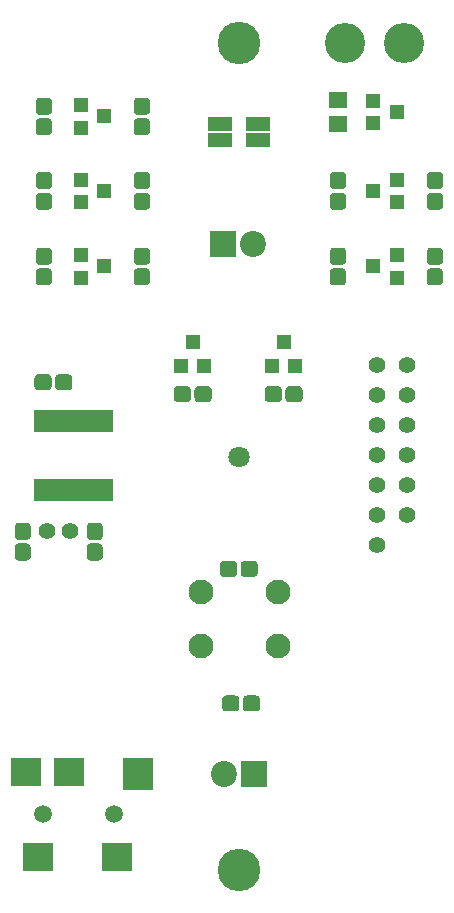
<source format=gts>
G04 #@! TF.GenerationSoftware,KiCad,Pcbnew,5.0.0-fee4fd1~66~ubuntu16.04.1*
G04 #@! TF.CreationDate,2018-10-04T16:53:15+05:30*
G04 #@! TF.ProjectId,senseBeTx_rev1,73656E7365426554785F726576312E6B,rev?*
G04 #@! TF.SameCoordinates,Original*
G04 #@! TF.FileFunction,Soldermask,Top*
G04 #@! TF.FilePolarity,Negative*
%FSLAX46Y46*%
G04 Gerber Fmt 4.6, Leading zero omitted, Abs format (unit mm)*
G04 Created by KiCad (PCBNEW 5.0.0-fee4fd1~66~ubuntu16.04.1) date Thu Oct  4 16:53:15 2018*
%MOMM*%
%LPD*%
G01*
G04 APERTURE LIST*
%ADD10R,0.850000X1.850000*%
%ADD11C,1.800000*%
%ADD12C,3.400000*%
%ADD13R,1.650000X1.400000*%
%ADD14C,0.100000*%
%ADD15C,1.350000*%
%ADD16R,2.200000X2.200000*%
%ADD17C,2.200000*%
%ADD18R,2.000000X1.200000*%
%ADD19R,2.600000X2.400000*%
%ADD20R,2.600000X2.800000*%
%ADD21C,1.500000*%
%ADD22C,3.600000*%
%ADD23C,1.400000*%
%ADD24R,1.300000X1.200000*%
%ADD25R,1.200000X1.300000*%
%ADD26C,2.100000*%
G04 APERTURE END LIST*
D10*
G04 #@! TO.C,U1*
X16075000Y-159850000D03*
X16725000Y-159850000D03*
X17375000Y-159850000D03*
X18025000Y-159850000D03*
X18675000Y-159850000D03*
X19325000Y-159850000D03*
X19975000Y-159850000D03*
X20625000Y-159850000D03*
X21275000Y-159850000D03*
X21925000Y-159850000D03*
X21925000Y-153950000D03*
X21275000Y-153950000D03*
X20625000Y-153950000D03*
X19975000Y-153950000D03*
X19325000Y-153950000D03*
X18675000Y-153950000D03*
X18025000Y-153950000D03*
X17375000Y-153950000D03*
X16725000Y-153950000D03*
X16075000Y-153950000D03*
G04 #@! TD*
D11*
G04 #@! TO.C,BT1*
X33000000Y-157000000D03*
D12*
X47000000Y-122000000D03*
X42000000Y-122000000D03*
G04 #@! TD*
D13*
G04 #@! TO.C,C1*
X41400000Y-128800000D03*
X41400000Y-126800000D03*
G04 #@! TD*
D14*
G04 #@! TO.C,C2*
G36*
X32545581Y-165826625D02*
X32578343Y-165831485D01*
X32610471Y-165839533D01*
X32641656Y-165850691D01*
X32671596Y-165864852D01*
X32700005Y-165881879D01*
X32726608Y-165901609D01*
X32751149Y-165923851D01*
X32773391Y-165948392D01*
X32793121Y-165974995D01*
X32810148Y-166003404D01*
X32824309Y-166033344D01*
X32835467Y-166064529D01*
X32843515Y-166096657D01*
X32848375Y-166129419D01*
X32850000Y-166162500D01*
X32850000Y-166837500D01*
X32848375Y-166870581D01*
X32843515Y-166903343D01*
X32835467Y-166935471D01*
X32824309Y-166966656D01*
X32810148Y-166996596D01*
X32793121Y-167025005D01*
X32773391Y-167051608D01*
X32751149Y-167076149D01*
X32726608Y-167098391D01*
X32700005Y-167118121D01*
X32671596Y-167135148D01*
X32641656Y-167149309D01*
X32610471Y-167160467D01*
X32578343Y-167168515D01*
X32545581Y-167173375D01*
X32512500Y-167175000D01*
X31737500Y-167175000D01*
X31704419Y-167173375D01*
X31671657Y-167168515D01*
X31639529Y-167160467D01*
X31608344Y-167149309D01*
X31578404Y-167135148D01*
X31549995Y-167118121D01*
X31523392Y-167098391D01*
X31498851Y-167076149D01*
X31476609Y-167051608D01*
X31456879Y-167025005D01*
X31439852Y-166996596D01*
X31425691Y-166966656D01*
X31414533Y-166935471D01*
X31406485Y-166903343D01*
X31401625Y-166870581D01*
X31400000Y-166837500D01*
X31400000Y-166162500D01*
X31401625Y-166129419D01*
X31406485Y-166096657D01*
X31414533Y-166064529D01*
X31425691Y-166033344D01*
X31439852Y-166003404D01*
X31456879Y-165974995D01*
X31476609Y-165948392D01*
X31498851Y-165923851D01*
X31523392Y-165901609D01*
X31549995Y-165881879D01*
X31578404Y-165864852D01*
X31608344Y-165850691D01*
X31639529Y-165839533D01*
X31671657Y-165831485D01*
X31704419Y-165826625D01*
X31737500Y-165825000D01*
X32512500Y-165825000D01*
X32545581Y-165826625D01*
X32545581Y-165826625D01*
G37*
D15*
X32125000Y-166500000D03*
D14*
G36*
X34295581Y-165826625D02*
X34328343Y-165831485D01*
X34360471Y-165839533D01*
X34391656Y-165850691D01*
X34421596Y-165864852D01*
X34450005Y-165881879D01*
X34476608Y-165901609D01*
X34501149Y-165923851D01*
X34523391Y-165948392D01*
X34543121Y-165974995D01*
X34560148Y-166003404D01*
X34574309Y-166033344D01*
X34585467Y-166064529D01*
X34593515Y-166096657D01*
X34598375Y-166129419D01*
X34600000Y-166162500D01*
X34600000Y-166837500D01*
X34598375Y-166870581D01*
X34593515Y-166903343D01*
X34585467Y-166935471D01*
X34574309Y-166966656D01*
X34560148Y-166996596D01*
X34543121Y-167025005D01*
X34523391Y-167051608D01*
X34501149Y-167076149D01*
X34476608Y-167098391D01*
X34450005Y-167118121D01*
X34421596Y-167135148D01*
X34391656Y-167149309D01*
X34360471Y-167160467D01*
X34328343Y-167168515D01*
X34295581Y-167173375D01*
X34262500Y-167175000D01*
X33487500Y-167175000D01*
X33454419Y-167173375D01*
X33421657Y-167168515D01*
X33389529Y-167160467D01*
X33358344Y-167149309D01*
X33328404Y-167135148D01*
X33299995Y-167118121D01*
X33273392Y-167098391D01*
X33248851Y-167076149D01*
X33226609Y-167051608D01*
X33206879Y-167025005D01*
X33189852Y-166996596D01*
X33175691Y-166966656D01*
X33164533Y-166935471D01*
X33156485Y-166903343D01*
X33151625Y-166870581D01*
X33150000Y-166837500D01*
X33150000Y-166162500D01*
X33151625Y-166129419D01*
X33156485Y-166096657D01*
X33164533Y-166064529D01*
X33175691Y-166033344D01*
X33189852Y-166003404D01*
X33206879Y-165974995D01*
X33226609Y-165948392D01*
X33248851Y-165923851D01*
X33273392Y-165901609D01*
X33299995Y-165881879D01*
X33328404Y-165864852D01*
X33358344Y-165850691D01*
X33389529Y-165839533D01*
X33421657Y-165831485D01*
X33454419Y-165826625D01*
X33487500Y-165825000D01*
X34262500Y-165825000D01*
X34295581Y-165826625D01*
X34295581Y-165826625D01*
G37*
D15*
X33875000Y-166500000D03*
G04 #@! TD*
D14*
G04 #@! TO.C,C3*
G36*
X21170581Y-162601625D02*
X21203343Y-162606485D01*
X21235471Y-162614533D01*
X21266656Y-162625691D01*
X21296596Y-162639852D01*
X21325005Y-162656879D01*
X21351608Y-162676609D01*
X21376149Y-162698851D01*
X21398391Y-162723392D01*
X21418121Y-162749995D01*
X21435148Y-162778404D01*
X21449309Y-162808344D01*
X21460467Y-162839529D01*
X21468515Y-162871657D01*
X21473375Y-162904419D01*
X21475000Y-162937500D01*
X21475000Y-163712500D01*
X21473375Y-163745581D01*
X21468515Y-163778343D01*
X21460467Y-163810471D01*
X21449309Y-163841656D01*
X21435148Y-163871596D01*
X21418121Y-163900005D01*
X21398391Y-163926608D01*
X21376149Y-163951149D01*
X21351608Y-163973391D01*
X21325005Y-163993121D01*
X21296596Y-164010148D01*
X21266656Y-164024309D01*
X21235471Y-164035467D01*
X21203343Y-164043515D01*
X21170581Y-164048375D01*
X21137500Y-164050000D01*
X20462500Y-164050000D01*
X20429419Y-164048375D01*
X20396657Y-164043515D01*
X20364529Y-164035467D01*
X20333344Y-164024309D01*
X20303404Y-164010148D01*
X20274995Y-163993121D01*
X20248392Y-163973391D01*
X20223851Y-163951149D01*
X20201609Y-163926608D01*
X20181879Y-163900005D01*
X20164852Y-163871596D01*
X20150691Y-163841656D01*
X20139533Y-163810471D01*
X20131485Y-163778343D01*
X20126625Y-163745581D01*
X20125000Y-163712500D01*
X20125000Y-162937500D01*
X20126625Y-162904419D01*
X20131485Y-162871657D01*
X20139533Y-162839529D01*
X20150691Y-162808344D01*
X20164852Y-162778404D01*
X20181879Y-162749995D01*
X20201609Y-162723392D01*
X20223851Y-162698851D01*
X20248392Y-162676609D01*
X20274995Y-162656879D01*
X20303404Y-162639852D01*
X20333344Y-162625691D01*
X20364529Y-162614533D01*
X20396657Y-162606485D01*
X20429419Y-162601625D01*
X20462500Y-162600000D01*
X21137500Y-162600000D01*
X21170581Y-162601625D01*
X21170581Y-162601625D01*
G37*
D15*
X20800000Y-163325000D03*
D14*
G36*
X21170581Y-164351625D02*
X21203343Y-164356485D01*
X21235471Y-164364533D01*
X21266656Y-164375691D01*
X21296596Y-164389852D01*
X21325005Y-164406879D01*
X21351608Y-164426609D01*
X21376149Y-164448851D01*
X21398391Y-164473392D01*
X21418121Y-164499995D01*
X21435148Y-164528404D01*
X21449309Y-164558344D01*
X21460467Y-164589529D01*
X21468515Y-164621657D01*
X21473375Y-164654419D01*
X21475000Y-164687500D01*
X21475000Y-165462500D01*
X21473375Y-165495581D01*
X21468515Y-165528343D01*
X21460467Y-165560471D01*
X21449309Y-165591656D01*
X21435148Y-165621596D01*
X21418121Y-165650005D01*
X21398391Y-165676608D01*
X21376149Y-165701149D01*
X21351608Y-165723391D01*
X21325005Y-165743121D01*
X21296596Y-165760148D01*
X21266656Y-165774309D01*
X21235471Y-165785467D01*
X21203343Y-165793515D01*
X21170581Y-165798375D01*
X21137500Y-165800000D01*
X20462500Y-165800000D01*
X20429419Y-165798375D01*
X20396657Y-165793515D01*
X20364529Y-165785467D01*
X20333344Y-165774309D01*
X20303404Y-165760148D01*
X20274995Y-165743121D01*
X20248392Y-165723391D01*
X20223851Y-165701149D01*
X20201609Y-165676608D01*
X20181879Y-165650005D01*
X20164852Y-165621596D01*
X20150691Y-165591656D01*
X20139533Y-165560471D01*
X20131485Y-165528343D01*
X20126625Y-165495581D01*
X20125000Y-165462500D01*
X20125000Y-164687500D01*
X20126625Y-164654419D01*
X20131485Y-164621657D01*
X20139533Y-164589529D01*
X20150691Y-164558344D01*
X20164852Y-164528404D01*
X20181879Y-164499995D01*
X20201609Y-164473392D01*
X20223851Y-164448851D01*
X20248392Y-164426609D01*
X20274995Y-164406879D01*
X20303404Y-164389852D01*
X20333344Y-164375691D01*
X20364529Y-164364533D01*
X20396657Y-164356485D01*
X20429419Y-164351625D01*
X20462500Y-164350000D01*
X21137500Y-164350000D01*
X21170581Y-164351625D01*
X21170581Y-164351625D01*
G37*
D15*
X20800000Y-165075000D03*
G04 #@! TD*
D14*
G04 #@! TO.C,C4*
G36*
X15070581Y-164351625D02*
X15103343Y-164356485D01*
X15135471Y-164364533D01*
X15166656Y-164375691D01*
X15196596Y-164389852D01*
X15225005Y-164406879D01*
X15251608Y-164426609D01*
X15276149Y-164448851D01*
X15298391Y-164473392D01*
X15318121Y-164499995D01*
X15335148Y-164528404D01*
X15349309Y-164558344D01*
X15360467Y-164589529D01*
X15368515Y-164621657D01*
X15373375Y-164654419D01*
X15375000Y-164687500D01*
X15375000Y-165462500D01*
X15373375Y-165495581D01*
X15368515Y-165528343D01*
X15360467Y-165560471D01*
X15349309Y-165591656D01*
X15335148Y-165621596D01*
X15318121Y-165650005D01*
X15298391Y-165676608D01*
X15276149Y-165701149D01*
X15251608Y-165723391D01*
X15225005Y-165743121D01*
X15196596Y-165760148D01*
X15166656Y-165774309D01*
X15135471Y-165785467D01*
X15103343Y-165793515D01*
X15070581Y-165798375D01*
X15037500Y-165800000D01*
X14362500Y-165800000D01*
X14329419Y-165798375D01*
X14296657Y-165793515D01*
X14264529Y-165785467D01*
X14233344Y-165774309D01*
X14203404Y-165760148D01*
X14174995Y-165743121D01*
X14148392Y-165723391D01*
X14123851Y-165701149D01*
X14101609Y-165676608D01*
X14081879Y-165650005D01*
X14064852Y-165621596D01*
X14050691Y-165591656D01*
X14039533Y-165560471D01*
X14031485Y-165528343D01*
X14026625Y-165495581D01*
X14025000Y-165462500D01*
X14025000Y-164687500D01*
X14026625Y-164654419D01*
X14031485Y-164621657D01*
X14039533Y-164589529D01*
X14050691Y-164558344D01*
X14064852Y-164528404D01*
X14081879Y-164499995D01*
X14101609Y-164473392D01*
X14123851Y-164448851D01*
X14148392Y-164426609D01*
X14174995Y-164406879D01*
X14203404Y-164389852D01*
X14233344Y-164375691D01*
X14264529Y-164364533D01*
X14296657Y-164356485D01*
X14329419Y-164351625D01*
X14362500Y-164350000D01*
X15037500Y-164350000D01*
X15070581Y-164351625D01*
X15070581Y-164351625D01*
G37*
D15*
X14700000Y-165075000D03*
D14*
G36*
X15070581Y-162601625D02*
X15103343Y-162606485D01*
X15135471Y-162614533D01*
X15166656Y-162625691D01*
X15196596Y-162639852D01*
X15225005Y-162656879D01*
X15251608Y-162676609D01*
X15276149Y-162698851D01*
X15298391Y-162723392D01*
X15318121Y-162749995D01*
X15335148Y-162778404D01*
X15349309Y-162808344D01*
X15360467Y-162839529D01*
X15368515Y-162871657D01*
X15373375Y-162904419D01*
X15375000Y-162937500D01*
X15375000Y-163712500D01*
X15373375Y-163745581D01*
X15368515Y-163778343D01*
X15360467Y-163810471D01*
X15349309Y-163841656D01*
X15335148Y-163871596D01*
X15318121Y-163900005D01*
X15298391Y-163926608D01*
X15276149Y-163951149D01*
X15251608Y-163973391D01*
X15225005Y-163993121D01*
X15196596Y-164010148D01*
X15166656Y-164024309D01*
X15135471Y-164035467D01*
X15103343Y-164043515D01*
X15070581Y-164048375D01*
X15037500Y-164050000D01*
X14362500Y-164050000D01*
X14329419Y-164048375D01*
X14296657Y-164043515D01*
X14264529Y-164035467D01*
X14233344Y-164024309D01*
X14203404Y-164010148D01*
X14174995Y-163993121D01*
X14148392Y-163973391D01*
X14123851Y-163951149D01*
X14101609Y-163926608D01*
X14081879Y-163900005D01*
X14064852Y-163871596D01*
X14050691Y-163841656D01*
X14039533Y-163810471D01*
X14031485Y-163778343D01*
X14026625Y-163745581D01*
X14025000Y-163712500D01*
X14025000Y-162937500D01*
X14026625Y-162904419D01*
X14031485Y-162871657D01*
X14039533Y-162839529D01*
X14050691Y-162808344D01*
X14064852Y-162778404D01*
X14081879Y-162749995D01*
X14101609Y-162723392D01*
X14123851Y-162698851D01*
X14148392Y-162676609D01*
X14174995Y-162656879D01*
X14203404Y-162639852D01*
X14233344Y-162625691D01*
X14264529Y-162614533D01*
X14296657Y-162606485D01*
X14329419Y-162601625D01*
X14362500Y-162600000D01*
X15037500Y-162600000D01*
X15070581Y-162601625D01*
X15070581Y-162601625D01*
G37*
D15*
X14700000Y-163325000D03*
G04 #@! TD*
D16*
G04 #@! TO.C,D1*
X34300000Y-183900000D03*
D17*
X31760000Y-183900000D03*
G04 #@! TD*
D18*
G04 #@! TO.C,D2*
X31400000Y-128800000D03*
X34600000Y-128800000D03*
X34600000Y-130200000D03*
X31400000Y-130200000D03*
G04 #@! TD*
D16*
G04 #@! TO.C,D3*
X31700000Y-139000000D03*
D17*
X34240000Y-139000000D03*
G04 #@! TD*
D19*
G04 #@! TO.C,J1*
X16000000Y-190900000D03*
X22700000Y-190900000D03*
X15000000Y-183700000D03*
X18600000Y-183700000D03*
D20*
X24500000Y-183900000D03*
D21*
X22400000Y-187300000D03*
X16400000Y-187300000D03*
G04 #@! TD*
D22*
G04 #@! TO.C,*
X33000000Y-192000000D03*
G04 #@! TD*
G04 #@! TO.C,*
X33000000Y-122000000D03*
G04 #@! TD*
D23*
G04 #@! TO.C,P1*
X44730000Y-164520000D03*
X47270000Y-149280000D03*
X44730000Y-151820000D03*
X44730000Y-154360000D03*
X44730000Y-156900000D03*
X44730000Y-159440000D03*
X44730000Y-161980000D03*
X47270000Y-161980000D03*
X47270000Y-159440000D03*
X47270000Y-156900000D03*
X47270000Y-154360000D03*
X47270000Y-151820000D03*
X44730000Y-149280000D03*
G04 #@! TD*
D24*
G04 #@! TO.C,Q1*
X46400000Y-127800000D03*
X44400000Y-128750000D03*
X44400000Y-126850000D03*
G04 #@! TD*
G04 #@! TO.C,Q2*
X46400000Y-135450000D03*
X46400000Y-133550000D03*
X44400000Y-134500000D03*
G04 #@! TD*
G04 #@! TO.C,Q3*
X44400000Y-140900000D03*
X46400000Y-139950000D03*
X46400000Y-141850000D03*
G04 #@! TD*
G04 #@! TO.C,Q4*
X19600000Y-127250000D03*
X19600000Y-129150000D03*
X21600000Y-128200000D03*
G04 #@! TD*
G04 #@! TO.C,Q5*
X21600000Y-134500000D03*
X19600000Y-135450000D03*
X19600000Y-133550000D03*
G04 #@! TD*
G04 #@! TO.C,Q6*
X19600000Y-139950000D03*
X19600000Y-141850000D03*
X21600000Y-140900000D03*
G04 #@! TD*
D25*
G04 #@! TO.C,Q7*
X29100000Y-147300000D03*
X30050000Y-149300000D03*
X28150000Y-149300000D03*
G04 #@! TD*
G04 #@! TO.C,Q8*
X35850000Y-149300000D03*
X37750000Y-149300000D03*
X36800000Y-147300000D03*
G04 #@! TD*
D14*
G04 #@! TO.C,R1*
G36*
X32745581Y-177226625D02*
X32778343Y-177231485D01*
X32810471Y-177239533D01*
X32841656Y-177250691D01*
X32871596Y-177264852D01*
X32900005Y-177281879D01*
X32926608Y-177301609D01*
X32951149Y-177323851D01*
X32973391Y-177348392D01*
X32993121Y-177374995D01*
X33010148Y-177403404D01*
X33024309Y-177433344D01*
X33035467Y-177464529D01*
X33043515Y-177496657D01*
X33048375Y-177529419D01*
X33050000Y-177562500D01*
X33050000Y-178237500D01*
X33048375Y-178270581D01*
X33043515Y-178303343D01*
X33035467Y-178335471D01*
X33024309Y-178366656D01*
X33010148Y-178396596D01*
X32993121Y-178425005D01*
X32973391Y-178451608D01*
X32951149Y-178476149D01*
X32926608Y-178498391D01*
X32900005Y-178518121D01*
X32871596Y-178535148D01*
X32841656Y-178549309D01*
X32810471Y-178560467D01*
X32778343Y-178568515D01*
X32745581Y-178573375D01*
X32712500Y-178575000D01*
X31937500Y-178575000D01*
X31904419Y-178573375D01*
X31871657Y-178568515D01*
X31839529Y-178560467D01*
X31808344Y-178549309D01*
X31778404Y-178535148D01*
X31749995Y-178518121D01*
X31723392Y-178498391D01*
X31698851Y-178476149D01*
X31676609Y-178451608D01*
X31656879Y-178425005D01*
X31639852Y-178396596D01*
X31625691Y-178366656D01*
X31614533Y-178335471D01*
X31606485Y-178303343D01*
X31601625Y-178270581D01*
X31600000Y-178237500D01*
X31600000Y-177562500D01*
X31601625Y-177529419D01*
X31606485Y-177496657D01*
X31614533Y-177464529D01*
X31625691Y-177433344D01*
X31639852Y-177403404D01*
X31656879Y-177374995D01*
X31676609Y-177348392D01*
X31698851Y-177323851D01*
X31723392Y-177301609D01*
X31749995Y-177281879D01*
X31778404Y-177264852D01*
X31808344Y-177250691D01*
X31839529Y-177239533D01*
X31871657Y-177231485D01*
X31904419Y-177226625D01*
X31937500Y-177225000D01*
X32712500Y-177225000D01*
X32745581Y-177226625D01*
X32745581Y-177226625D01*
G37*
D15*
X32325000Y-177900000D03*
D14*
G36*
X34495581Y-177226625D02*
X34528343Y-177231485D01*
X34560471Y-177239533D01*
X34591656Y-177250691D01*
X34621596Y-177264852D01*
X34650005Y-177281879D01*
X34676608Y-177301609D01*
X34701149Y-177323851D01*
X34723391Y-177348392D01*
X34743121Y-177374995D01*
X34760148Y-177403404D01*
X34774309Y-177433344D01*
X34785467Y-177464529D01*
X34793515Y-177496657D01*
X34798375Y-177529419D01*
X34800000Y-177562500D01*
X34800000Y-178237500D01*
X34798375Y-178270581D01*
X34793515Y-178303343D01*
X34785467Y-178335471D01*
X34774309Y-178366656D01*
X34760148Y-178396596D01*
X34743121Y-178425005D01*
X34723391Y-178451608D01*
X34701149Y-178476149D01*
X34676608Y-178498391D01*
X34650005Y-178518121D01*
X34621596Y-178535148D01*
X34591656Y-178549309D01*
X34560471Y-178560467D01*
X34528343Y-178568515D01*
X34495581Y-178573375D01*
X34462500Y-178575000D01*
X33687500Y-178575000D01*
X33654419Y-178573375D01*
X33621657Y-178568515D01*
X33589529Y-178560467D01*
X33558344Y-178549309D01*
X33528404Y-178535148D01*
X33499995Y-178518121D01*
X33473392Y-178498391D01*
X33448851Y-178476149D01*
X33426609Y-178451608D01*
X33406879Y-178425005D01*
X33389852Y-178396596D01*
X33375691Y-178366656D01*
X33364533Y-178335471D01*
X33356485Y-178303343D01*
X33351625Y-178270581D01*
X33350000Y-178237500D01*
X33350000Y-177562500D01*
X33351625Y-177529419D01*
X33356485Y-177496657D01*
X33364533Y-177464529D01*
X33375691Y-177433344D01*
X33389852Y-177403404D01*
X33406879Y-177374995D01*
X33426609Y-177348392D01*
X33448851Y-177323851D01*
X33473392Y-177301609D01*
X33499995Y-177281879D01*
X33528404Y-177264852D01*
X33558344Y-177250691D01*
X33589529Y-177239533D01*
X33621657Y-177231485D01*
X33654419Y-177226625D01*
X33687500Y-177225000D01*
X34462500Y-177225000D01*
X34495581Y-177226625D01*
X34495581Y-177226625D01*
G37*
D15*
X34075000Y-177900000D03*
G04 #@! TD*
D14*
G04 #@! TO.C,R2*
G36*
X41770581Y-141051625D02*
X41803343Y-141056485D01*
X41835471Y-141064533D01*
X41866656Y-141075691D01*
X41896596Y-141089852D01*
X41925005Y-141106879D01*
X41951608Y-141126609D01*
X41976149Y-141148851D01*
X41998391Y-141173392D01*
X42018121Y-141199995D01*
X42035148Y-141228404D01*
X42049309Y-141258344D01*
X42060467Y-141289529D01*
X42068515Y-141321657D01*
X42073375Y-141354419D01*
X42075000Y-141387500D01*
X42075000Y-142162500D01*
X42073375Y-142195581D01*
X42068515Y-142228343D01*
X42060467Y-142260471D01*
X42049309Y-142291656D01*
X42035148Y-142321596D01*
X42018121Y-142350005D01*
X41998391Y-142376608D01*
X41976149Y-142401149D01*
X41951608Y-142423391D01*
X41925005Y-142443121D01*
X41896596Y-142460148D01*
X41866656Y-142474309D01*
X41835471Y-142485467D01*
X41803343Y-142493515D01*
X41770581Y-142498375D01*
X41737500Y-142500000D01*
X41062500Y-142500000D01*
X41029419Y-142498375D01*
X40996657Y-142493515D01*
X40964529Y-142485467D01*
X40933344Y-142474309D01*
X40903404Y-142460148D01*
X40874995Y-142443121D01*
X40848392Y-142423391D01*
X40823851Y-142401149D01*
X40801609Y-142376608D01*
X40781879Y-142350005D01*
X40764852Y-142321596D01*
X40750691Y-142291656D01*
X40739533Y-142260471D01*
X40731485Y-142228343D01*
X40726625Y-142195581D01*
X40725000Y-142162500D01*
X40725000Y-141387500D01*
X40726625Y-141354419D01*
X40731485Y-141321657D01*
X40739533Y-141289529D01*
X40750691Y-141258344D01*
X40764852Y-141228404D01*
X40781879Y-141199995D01*
X40801609Y-141173392D01*
X40823851Y-141148851D01*
X40848392Y-141126609D01*
X40874995Y-141106879D01*
X40903404Y-141089852D01*
X40933344Y-141075691D01*
X40964529Y-141064533D01*
X40996657Y-141056485D01*
X41029419Y-141051625D01*
X41062500Y-141050000D01*
X41737500Y-141050000D01*
X41770581Y-141051625D01*
X41770581Y-141051625D01*
G37*
D15*
X41400000Y-141775000D03*
D14*
G36*
X41770581Y-139301625D02*
X41803343Y-139306485D01*
X41835471Y-139314533D01*
X41866656Y-139325691D01*
X41896596Y-139339852D01*
X41925005Y-139356879D01*
X41951608Y-139376609D01*
X41976149Y-139398851D01*
X41998391Y-139423392D01*
X42018121Y-139449995D01*
X42035148Y-139478404D01*
X42049309Y-139508344D01*
X42060467Y-139539529D01*
X42068515Y-139571657D01*
X42073375Y-139604419D01*
X42075000Y-139637500D01*
X42075000Y-140412500D01*
X42073375Y-140445581D01*
X42068515Y-140478343D01*
X42060467Y-140510471D01*
X42049309Y-140541656D01*
X42035148Y-140571596D01*
X42018121Y-140600005D01*
X41998391Y-140626608D01*
X41976149Y-140651149D01*
X41951608Y-140673391D01*
X41925005Y-140693121D01*
X41896596Y-140710148D01*
X41866656Y-140724309D01*
X41835471Y-140735467D01*
X41803343Y-140743515D01*
X41770581Y-140748375D01*
X41737500Y-140750000D01*
X41062500Y-140750000D01*
X41029419Y-140748375D01*
X40996657Y-140743515D01*
X40964529Y-140735467D01*
X40933344Y-140724309D01*
X40903404Y-140710148D01*
X40874995Y-140693121D01*
X40848392Y-140673391D01*
X40823851Y-140651149D01*
X40801609Y-140626608D01*
X40781879Y-140600005D01*
X40764852Y-140571596D01*
X40750691Y-140541656D01*
X40739533Y-140510471D01*
X40731485Y-140478343D01*
X40726625Y-140445581D01*
X40725000Y-140412500D01*
X40725000Y-139637500D01*
X40726625Y-139604419D01*
X40731485Y-139571657D01*
X40739533Y-139539529D01*
X40750691Y-139508344D01*
X40764852Y-139478404D01*
X40781879Y-139449995D01*
X40801609Y-139423392D01*
X40823851Y-139398851D01*
X40848392Y-139376609D01*
X40874995Y-139356879D01*
X40903404Y-139339852D01*
X40933344Y-139325691D01*
X40964529Y-139314533D01*
X40996657Y-139306485D01*
X41029419Y-139301625D01*
X41062500Y-139300000D01*
X41737500Y-139300000D01*
X41770581Y-139301625D01*
X41770581Y-139301625D01*
G37*
D15*
X41400000Y-140025000D03*
G04 #@! TD*
D14*
G04 #@! TO.C,R3*
G36*
X41770581Y-132901625D02*
X41803343Y-132906485D01*
X41835471Y-132914533D01*
X41866656Y-132925691D01*
X41896596Y-132939852D01*
X41925005Y-132956879D01*
X41951608Y-132976609D01*
X41976149Y-132998851D01*
X41998391Y-133023392D01*
X42018121Y-133049995D01*
X42035148Y-133078404D01*
X42049309Y-133108344D01*
X42060467Y-133139529D01*
X42068515Y-133171657D01*
X42073375Y-133204419D01*
X42075000Y-133237500D01*
X42075000Y-134012500D01*
X42073375Y-134045581D01*
X42068515Y-134078343D01*
X42060467Y-134110471D01*
X42049309Y-134141656D01*
X42035148Y-134171596D01*
X42018121Y-134200005D01*
X41998391Y-134226608D01*
X41976149Y-134251149D01*
X41951608Y-134273391D01*
X41925005Y-134293121D01*
X41896596Y-134310148D01*
X41866656Y-134324309D01*
X41835471Y-134335467D01*
X41803343Y-134343515D01*
X41770581Y-134348375D01*
X41737500Y-134350000D01*
X41062500Y-134350000D01*
X41029419Y-134348375D01*
X40996657Y-134343515D01*
X40964529Y-134335467D01*
X40933344Y-134324309D01*
X40903404Y-134310148D01*
X40874995Y-134293121D01*
X40848392Y-134273391D01*
X40823851Y-134251149D01*
X40801609Y-134226608D01*
X40781879Y-134200005D01*
X40764852Y-134171596D01*
X40750691Y-134141656D01*
X40739533Y-134110471D01*
X40731485Y-134078343D01*
X40726625Y-134045581D01*
X40725000Y-134012500D01*
X40725000Y-133237500D01*
X40726625Y-133204419D01*
X40731485Y-133171657D01*
X40739533Y-133139529D01*
X40750691Y-133108344D01*
X40764852Y-133078404D01*
X40781879Y-133049995D01*
X40801609Y-133023392D01*
X40823851Y-132998851D01*
X40848392Y-132976609D01*
X40874995Y-132956879D01*
X40903404Y-132939852D01*
X40933344Y-132925691D01*
X40964529Y-132914533D01*
X40996657Y-132906485D01*
X41029419Y-132901625D01*
X41062500Y-132900000D01*
X41737500Y-132900000D01*
X41770581Y-132901625D01*
X41770581Y-132901625D01*
G37*
D15*
X41400000Y-133625000D03*
D14*
G36*
X41770581Y-134651625D02*
X41803343Y-134656485D01*
X41835471Y-134664533D01*
X41866656Y-134675691D01*
X41896596Y-134689852D01*
X41925005Y-134706879D01*
X41951608Y-134726609D01*
X41976149Y-134748851D01*
X41998391Y-134773392D01*
X42018121Y-134799995D01*
X42035148Y-134828404D01*
X42049309Y-134858344D01*
X42060467Y-134889529D01*
X42068515Y-134921657D01*
X42073375Y-134954419D01*
X42075000Y-134987500D01*
X42075000Y-135762500D01*
X42073375Y-135795581D01*
X42068515Y-135828343D01*
X42060467Y-135860471D01*
X42049309Y-135891656D01*
X42035148Y-135921596D01*
X42018121Y-135950005D01*
X41998391Y-135976608D01*
X41976149Y-136001149D01*
X41951608Y-136023391D01*
X41925005Y-136043121D01*
X41896596Y-136060148D01*
X41866656Y-136074309D01*
X41835471Y-136085467D01*
X41803343Y-136093515D01*
X41770581Y-136098375D01*
X41737500Y-136100000D01*
X41062500Y-136100000D01*
X41029419Y-136098375D01*
X40996657Y-136093515D01*
X40964529Y-136085467D01*
X40933344Y-136074309D01*
X40903404Y-136060148D01*
X40874995Y-136043121D01*
X40848392Y-136023391D01*
X40823851Y-136001149D01*
X40801609Y-135976608D01*
X40781879Y-135950005D01*
X40764852Y-135921596D01*
X40750691Y-135891656D01*
X40739533Y-135860471D01*
X40731485Y-135828343D01*
X40726625Y-135795581D01*
X40725000Y-135762500D01*
X40725000Y-134987500D01*
X40726625Y-134954419D01*
X40731485Y-134921657D01*
X40739533Y-134889529D01*
X40750691Y-134858344D01*
X40764852Y-134828404D01*
X40781879Y-134799995D01*
X40801609Y-134773392D01*
X40823851Y-134748851D01*
X40848392Y-134726609D01*
X40874995Y-134706879D01*
X40903404Y-134689852D01*
X40933344Y-134675691D01*
X40964529Y-134664533D01*
X40996657Y-134656485D01*
X41029419Y-134651625D01*
X41062500Y-134650000D01*
X41737500Y-134650000D01*
X41770581Y-134651625D01*
X41770581Y-134651625D01*
G37*
D15*
X41400000Y-135375000D03*
G04 #@! TD*
D14*
G04 #@! TO.C,R4*
G36*
X49970581Y-134651625D02*
X50003343Y-134656485D01*
X50035471Y-134664533D01*
X50066656Y-134675691D01*
X50096596Y-134689852D01*
X50125005Y-134706879D01*
X50151608Y-134726609D01*
X50176149Y-134748851D01*
X50198391Y-134773392D01*
X50218121Y-134799995D01*
X50235148Y-134828404D01*
X50249309Y-134858344D01*
X50260467Y-134889529D01*
X50268515Y-134921657D01*
X50273375Y-134954419D01*
X50275000Y-134987500D01*
X50275000Y-135762500D01*
X50273375Y-135795581D01*
X50268515Y-135828343D01*
X50260467Y-135860471D01*
X50249309Y-135891656D01*
X50235148Y-135921596D01*
X50218121Y-135950005D01*
X50198391Y-135976608D01*
X50176149Y-136001149D01*
X50151608Y-136023391D01*
X50125005Y-136043121D01*
X50096596Y-136060148D01*
X50066656Y-136074309D01*
X50035471Y-136085467D01*
X50003343Y-136093515D01*
X49970581Y-136098375D01*
X49937500Y-136100000D01*
X49262500Y-136100000D01*
X49229419Y-136098375D01*
X49196657Y-136093515D01*
X49164529Y-136085467D01*
X49133344Y-136074309D01*
X49103404Y-136060148D01*
X49074995Y-136043121D01*
X49048392Y-136023391D01*
X49023851Y-136001149D01*
X49001609Y-135976608D01*
X48981879Y-135950005D01*
X48964852Y-135921596D01*
X48950691Y-135891656D01*
X48939533Y-135860471D01*
X48931485Y-135828343D01*
X48926625Y-135795581D01*
X48925000Y-135762500D01*
X48925000Y-134987500D01*
X48926625Y-134954419D01*
X48931485Y-134921657D01*
X48939533Y-134889529D01*
X48950691Y-134858344D01*
X48964852Y-134828404D01*
X48981879Y-134799995D01*
X49001609Y-134773392D01*
X49023851Y-134748851D01*
X49048392Y-134726609D01*
X49074995Y-134706879D01*
X49103404Y-134689852D01*
X49133344Y-134675691D01*
X49164529Y-134664533D01*
X49196657Y-134656485D01*
X49229419Y-134651625D01*
X49262500Y-134650000D01*
X49937500Y-134650000D01*
X49970581Y-134651625D01*
X49970581Y-134651625D01*
G37*
D15*
X49600000Y-135375000D03*
D14*
G36*
X49970581Y-132901625D02*
X50003343Y-132906485D01*
X50035471Y-132914533D01*
X50066656Y-132925691D01*
X50096596Y-132939852D01*
X50125005Y-132956879D01*
X50151608Y-132976609D01*
X50176149Y-132998851D01*
X50198391Y-133023392D01*
X50218121Y-133049995D01*
X50235148Y-133078404D01*
X50249309Y-133108344D01*
X50260467Y-133139529D01*
X50268515Y-133171657D01*
X50273375Y-133204419D01*
X50275000Y-133237500D01*
X50275000Y-134012500D01*
X50273375Y-134045581D01*
X50268515Y-134078343D01*
X50260467Y-134110471D01*
X50249309Y-134141656D01*
X50235148Y-134171596D01*
X50218121Y-134200005D01*
X50198391Y-134226608D01*
X50176149Y-134251149D01*
X50151608Y-134273391D01*
X50125005Y-134293121D01*
X50096596Y-134310148D01*
X50066656Y-134324309D01*
X50035471Y-134335467D01*
X50003343Y-134343515D01*
X49970581Y-134348375D01*
X49937500Y-134350000D01*
X49262500Y-134350000D01*
X49229419Y-134348375D01*
X49196657Y-134343515D01*
X49164529Y-134335467D01*
X49133344Y-134324309D01*
X49103404Y-134310148D01*
X49074995Y-134293121D01*
X49048392Y-134273391D01*
X49023851Y-134251149D01*
X49001609Y-134226608D01*
X48981879Y-134200005D01*
X48964852Y-134171596D01*
X48950691Y-134141656D01*
X48939533Y-134110471D01*
X48931485Y-134078343D01*
X48926625Y-134045581D01*
X48925000Y-134012500D01*
X48925000Y-133237500D01*
X48926625Y-133204419D01*
X48931485Y-133171657D01*
X48939533Y-133139529D01*
X48950691Y-133108344D01*
X48964852Y-133078404D01*
X48981879Y-133049995D01*
X49001609Y-133023392D01*
X49023851Y-132998851D01*
X49048392Y-132976609D01*
X49074995Y-132956879D01*
X49103404Y-132939852D01*
X49133344Y-132925691D01*
X49164529Y-132914533D01*
X49196657Y-132906485D01*
X49229419Y-132901625D01*
X49262500Y-132900000D01*
X49937500Y-132900000D01*
X49970581Y-132901625D01*
X49970581Y-132901625D01*
G37*
D15*
X49600000Y-133625000D03*
G04 #@! TD*
D14*
G04 #@! TO.C,R5*
G36*
X49970581Y-139301625D02*
X50003343Y-139306485D01*
X50035471Y-139314533D01*
X50066656Y-139325691D01*
X50096596Y-139339852D01*
X50125005Y-139356879D01*
X50151608Y-139376609D01*
X50176149Y-139398851D01*
X50198391Y-139423392D01*
X50218121Y-139449995D01*
X50235148Y-139478404D01*
X50249309Y-139508344D01*
X50260467Y-139539529D01*
X50268515Y-139571657D01*
X50273375Y-139604419D01*
X50275000Y-139637500D01*
X50275000Y-140412500D01*
X50273375Y-140445581D01*
X50268515Y-140478343D01*
X50260467Y-140510471D01*
X50249309Y-140541656D01*
X50235148Y-140571596D01*
X50218121Y-140600005D01*
X50198391Y-140626608D01*
X50176149Y-140651149D01*
X50151608Y-140673391D01*
X50125005Y-140693121D01*
X50096596Y-140710148D01*
X50066656Y-140724309D01*
X50035471Y-140735467D01*
X50003343Y-140743515D01*
X49970581Y-140748375D01*
X49937500Y-140750000D01*
X49262500Y-140750000D01*
X49229419Y-140748375D01*
X49196657Y-140743515D01*
X49164529Y-140735467D01*
X49133344Y-140724309D01*
X49103404Y-140710148D01*
X49074995Y-140693121D01*
X49048392Y-140673391D01*
X49023851Y-140651149D01*
X49001609Y-140626608D01*
X48981879Y-140600005D01*
X48964852Y-140571596D01*
X48950691Y-140541656D01*
X48939533Y-140510471D01*
X48931485Y-140478343D01*
X48926625Y-140445581D01*
X48925000Y-140412500D01*
X48925000Y-139637500D01*
X48926625Y-139604419D01*
X48931485Y-139571657D01*
X48939533Y-139539529D01*
X48950691Y-139508344D01*
X48964852Y-139478404D01*
X48981879Y-139449995D01*
X49001609Y-139423392D01*
X49023851Y-139398851D01*
X49048392Y-139376609D01*
X49074995Y-139356879D01*
X49103404Y-139339852D01*
X49133344Y-139325691D01*
X49164529Y-139314533D01*
X49196657Y-139306485D01*
X49229419Y-139301625D01*
X49262500Y-139300000D01*
X49937500Y-139300000D01*
X49970581Y-139301625D01*
X49970581Y-139301625D01*
G37*
D15*
X49600000Y-140025000D03*
D14*
G36*
X49970581Y-141051625D02*
X50003343Y-141056485D01*
X50035471Y-141064533D01*
X50066656Y-141075691D01*
X50096596Y-141089852D01*
X50125005Y-141106879D01*
X50151608Y-141126609D01*
X50176149Y-141148851D01*
X50198391Y-141173392D01*
X50218121Y-141199995D01*
X50235148Y-141228404D01*
X50249309Y-141258344D01*
X50260467Y-141289529D01*
X50268515Y-141321657D01*
X50273375Y-141354419D01*
X50275000Y-141387500D01*
X50275000Y-142162500D01*
X50273375Y-142195581D01*
X50268515Y-142228343D01*
X50260467Y-142260471D01*
X50249309Y-142291656D01*
X50235148Y-142321596D01*
X50218121Y-142350005D01*
X50198391Y-142376608D01*
X50176149Y-142401149D01*
X50151608Y-142423391D01*
X50125005Y-142443121D01*
X50096596Y-142460148D01*
X50066656Y-142474309D01*
X50035471Y-142485467D01*
X50003343Y-142493515D01*
X49970581Y-142498375D01*
X49937500Y-142500000D01*
X49262500Y-142500000D01*
X49229419Y-142498375D01*
X49196657Y-142493515D01*
X49164529Y-142485467D01*
X49133344Y-142474309D01*
X49103404Y-142460148D01*
X49074995Y-142443121D01*
X49048392Y-142423391D01*
X49023851Y-142401149D01*
X49001609Y-142376608D01*
X48981879Y-142350005D01*
X48964852Y-142321596D01*
X48950691Y-142291656D01*
X48939533Y-142260471D01*
X48931485Y-142228343D01*
X48926625Y-142195581D01*
X48925000Y-142162500D01*
X48925000Y-141387500D01*
X48926625Y-141354419D01*
X48931485Y-141321657D01*
X48939533Y-141289529D01*
X48950691Y-141258344D01*
X48964852Y-141228404D01*
X48981879Y-141199995D01*
X49001609Y-141173392D01*
X49023851Y-141148851D01*
X49048392Y-141126609D01*
X49074995Y-141106879D01*
X49103404Y-141089852D01*
X49133344Y-141075691D01*
X49164529Y-141064533D01*
X49196657Y-141056485D01*
X49229419Y-141051625D01*
X49262500Y-141050000D01*
X49937500Y-141050000D01*
X49970581Y-141051625D01*
X49970581Y-141051625D01*
G37*
D15*
X49600000Y-141775000D03*
G04 #@! TD*
D14*
G04 #@! TO.C,R6*
G36*
X16870581Y-126601625D02*
X16903343Y-126606485D01*
X16935471Y-126614533D01*
X16966656Y-126625691D01*
X16996596Y-126639852D01*
X17025005Y-126656879D01*
X17051608Y-126676609D01*
X17076149Y-126698851D01*
X17098391Y-126723392D01*
X17118121Y-126749995D01*
X17135148Y-126778404D01*
X17149309Y-126808344D01*
X17160467Y-126839529D01*
X17168515Y-126871657D01*
X17173375Y-126904419D01*
X17175000Y-126937500D01*
X17175000Y-127712500D01*
X17173375Y-127745581D01*
X17168515Y-127778343D01*
X17160467Y-127810471D01*
X17149309Y-127841656D01*
X17135148Y-127871596D01*
X17118121Y-127900005D01*
X17098391Y-127926608D01*
X17076149Y-127951149D01*
X17051608Y-127973391D01*
X17025005Y-127993121D01*
X16996596Y-128010148D01*
X16966656Y-128024309D01*
X16935471Y-128035467D01*
X16903343Y-128043515D01*
X16870581Y-128048375D01*
X16837500Y-128050000D01*
X16162500Y-128050000D01*
X16129419Y-128048375D01*
X16096657Y-128043515D01*
X16064529Y-128035467D01*
X16033344Y-128024309D01*
X16003404Y-128010148D01*
X15974995Y-127993121D01*
X15948392Y-127973391D01*
X15923851Y-127951149D01*
X15901609Y-127926608D01*
X15881879Y-127900005D01*
X15864852Y-127871596D01*
X15850691Y-127841656D01*
X15839533Y-127810471D01*
X15831485Y-127778343D01*
X15826625Y-127745581D01*
X15825000Y-127712500D01*
X15825000Y-126937500D01*
X15826625Y-126904419D01*
X15831485Y-126871657D01*
X15839533Y-126839529D01*
X15850691Y-126808344D01*
X15864852Y-126778404D01*
X15881879Y-126749995D01*
X15901609Y-126723392D01*
X15923851Y-126698851D01*
X15948392Y-126676609D01*
X15974995Y-126656879D01*
X16003404Y-126639852D01*
X16033344Y-126625691D01*
X16064529Y-126614533D01*
X16096657Y-126606485D01*
X16129419Y-126601625D01*
X16162500Y-126600000D01*
X16837500Y-126600000D01*
X16870581Y-126601625D01*
X16870581Y-126601625D01*
G37*
D15*
X16500000Y-127325000D03*
D14*
G36*
X16870581Y-128351625D02*
X16903343Y-128356485D01*
X16935471Y-128364533D01*
X16966656Y-128375691D01*
X16996596Y-128389852D01*
X17025005Y-128406879D01*
X17051608Y-128426609D01*
X17076149Y-128448851D01*
X17098391Y-128473392D01*
X17118121Y-128499995D01*
X17135148Y-128528404D01*
X17149309Y-128558344D01*
X17160467Y-128589529D01*
X17168515Y-128621657D01*
X17173375Y-128654419D01*
X17175000Y-128687500D01*
X17175000Y-129462500D01*
X17173375Y-129495581D01*
X17168515Y-129528343D01*
X17160467Y-129560471D01*
X17149309Y-129591656D01*
X17135148Y-129621596D01*
X17118121Y-129650005D01*
X17098391Y-129676608D01*
X17076149Y-129701149D01*
X17051608Y-129723391D01*
X17025005Y-129743121D01*
X16996596Y-129760148D01*
X16966656Y-129774309D01*
X16935471Y-129785467D01*
X16903343Y-129793515D01*
X16870581Y-129798375D01*
X16837500Y-129800000D01*
X16162500Y-129800000D01*
X16129419Y-129798375D01*
X16096657Y-129793515D01*
X16064529Y-129785467D01*
X16033344Y-129774309D01*
X16003404Y-129760148D01*
X15974995Y-129743121D01*
X15948392Y-129723391D01*
X15923851Y-129701149D01*
X15901609Y-129676608D01*
X15881879Y-129650005D01*
X15864852Y-129621596D01*
X15850691Y-129591656D01*
X15839533Y-129560471D01*
X15831485Y-129528343D01*
X15826625Y-129495581D01*
X15825000Y-129462500D01*
X15825000Y-128687500D01*
X15826625Y-128654419D01*
X15831485Y-128621657D01*
X15839533Y-128589529D01*
X15850691Y-128558344D01*
X15864852Y-128528404D01*
X15881879Y-128499995D01*
X15901609Y-128473392D01*
X15923851Y-128448851D01*
X15948392Y-128426609D01*
X15974995Y-128406879D01*
X16003404Y-128389852D01*
X16033344Y-128375691D01*
X16064529Y-128364533D01*
X16096657Y-128356485D01*
X16129419Y-128351625D01*
X16162500Y-128350000D01*
X16837500Y-128350000D01*
X16870581Y-128351625D01*
X16870581Y-128351625D01*
G37*
D15*
X16500000Y-129075000D03*
G04 #@! TD*
D14*
G04 #@! TO.C,R7*
G36*
X16870581Y-134651625D02*
X16903343Y-134656485D01*
X16935471Y-134664533D01*
X16966656Y-134675691D01*
X16996596Y-134689852D01*
X17025005Y-134706879D01*
X17051608Y-134726609D01*
X17076149Y-134748851D01*
X17098391Y-134773392D01*
X17118121Y-134799995D01*
X17135148Y-134828404D01*
X17149309Y-134858344D01*
X17160467Y-134889529D01*
X17168515Y-134921657D01*
X17173375Y-134954419D01*
X17175000Y-134987500D01*
X17175000Y-135762500D01*
X17173375Y-135795581D01*
X17168515Y-135828343D01*
X17160467Y-135860471D01*
X17149309Y-135891656D01*
X17135148Y-135921596D01*
X17118121Y-135950005D01*
X17098391Y-135976608D01*
X17076149Y-136001149D01*
X17051608Y-136023391D01*
X17025005Y-136043121D01*
X16996596Y-136060148D01*
X16966656Y-136074309D01*
X16935471Y-136085467D01*
X16903343Y-136093515D01*
X16870581Y-136098375D01*
X16837500Y-136100000D01*
X16162500Y-136100000D01*
X16129419Y-136098375D01*
X16096657Y-136093515D01*
X16064529Y-136085467D01*
X16033344Y-136074309D01*
X16003404Y-136060148D01*
X15974995Y-136043121D01*
X15948392Y-136023391D01*
X15923851Y-136001149D01*
X15901609Y-135976608D01*
X15881879Y-135950005D01*
X15864852Y-135921596D01*
X15850691Y-135891656D01*
X15839533Y-135860471D01*
X15831485Y-135828343D01*
X15826625Y-135795581D01*
X15825000Y-135762500D01*
X15825000Y-134987500D01*
X15826625Y-134954419D01*
X15831485Y-134921657D01*
X15839533Y-134889529D01*
X15850691Y-134858344D01*
X15864852Y-134828404D01*
X15881879Y-134799995D01*
X15901609Y-134773392D01*
X15923851Y-134748851D01*
X15948392Y-134726609D01*
X15974995Y-134706879D01*
X16003404Y-134689852D01*
X16033344Y-134675691D01*
X16064529Y-134664533D01*
X16096657Y-134656485D01*
X16129419Y-134651625D01*
X16162500Y-134650000D01*
X16837500Y-134650000D01*
X16870581Y-134651625D01*
X16870581Y-134651625D01*
G37*
D15*
X16500000Y-135375000D03*
D14*
G36*
X16870581Y-132901625D02*
X16903343Y-132906485D01*
X16935471Y-132914533D01*
X16966656Y-132925691D01*
X16996596Y-132939852D01*
X17025005Y-132956879D01*
X17051608Y-132976609D01*
X17076149Y-132998851D01*
X17098391Y-133023392D01*
X17118121Y-133049995D01*
X17135148Y-133078404D01*
X17149309Y-133108344D01*
X17160467Y-133139529D01*
X17168515Y-133171657D01*
X17173375Y-133204419D01*
X17175000Y-133237500D01*
X17175000Y-134012500D01*
X17173375Y-134045581D01*
X17168515Y-134078343D01*
X17160467Y-134110471D01*
X17149309Y-134141656D01*
X17135148Y-134171596D01*
X17118121Y-134200005D01*
X17098391Y-134226608D01*
X17076149Y-134251149D01*
X17051608Y-134273391D01*
X17025005Y-134293121D01*
X16996596Y-134310148D01*
X16966656Y-134324309D01*
X16935471Y-134335467D01*
X16903343Y-134343515D01*
X16870581Y-134348375D01*
X16837500Y-134350000D01*
X16162500Y-134350000D01*
X16129419Y-134348375D01*
X16096657Y-134343515D01*
X16064529Y-134335467D01*
X16033344Y-134324309D01*
X16003404Y-134310148D01*
X15974995Y-134293121D01*
X15948392Y-134273391D01*
X15923851Y-134251149D01*
X15901609Y-134226608D01*
X15881879Y-134200005D01*
X15864852Y-134171596D01*
X15850691Y-134141656D01*
X15839533Y-134110471D01*
X15831485Y-134078343D01*
X15826625Y-134045581D01*
X15825000Y-134012500D01*
X15825000Y-133237500D01*
X15826625Y-133204419D01*
X15831485Y-133171657D01*
X15839533Y-133139529D01*
X15850691Y-133108344D01*
X15864852Y-133078404D01*
X15881879Y-133049995D01*
X15901609Y-133023392D01*
X15923851Y-132998851D01*
X15948392Y-132976609D01*
X15974995Y-132956879D01*
X16003404Y-132939852D01*
X16033344Y-132925691D01*
X16064529Y-132914533D01*
X16096657Y-132906485D01*
X16129419Y-132901625D01*
X16162500Y-132900000D01*
X16837500Y-132900000D01*
X16870581Y-132901625D01*
X16870581Y-132901625D01*
G37*
D15*
X16500000Y-133625000D03*
G04 #@! TD*
D14*
G04 #@! TO.C,R8*
G36*
X16870581Y-141051625D02*
X16903343Y-141056485D01*
X16935471Y-141064533D01*
X16966656Y-141075691D01*
X16996596Y-141089852D01*
X17025005Y-141106879D01*
X17051608Y-141126609D01*
X17076149Y-141148851D01*
X17098391Y-141173392D01*
X17118121Y-141199995D01*
X17135148Y-141228404D01*
X17149309Y-141258344D01*
X17160467Y-141289529D01*
X17168515Y-141321657D01*
X17173375Y-141354419D01*
X17175000Y-141387500D01*
X17175000Y-142162500D01*
X17173375Y-142195581D01*
X17168515Y-142228343D01*
X17160467Y-142260471D01*
X17149309Y-142291656D01*
X17135148Y-142321596D01*
X17118121Y-142350005D01*
X17098391Y-142376608D01*
X17076149Y-142401149D01*
X17051608Y-142423391D01*
X17025005Y-142443121D01*
X16996596Y-142460148D01*
X16966656Y-142474309D01*
X16935471Y-142485467D01*
X16903343Y-142493515D01*
X16870581Y-142498375D01*
X16837500Y-142500000D01*
X16162500Y-142500000D01*
X16129419Y-142498375D01*
X16096657Y-142493515D01*
X16064529Y-142485467D01*
X16033344Y-142474309D01*
X16003404Y-142460148D01*
X15974995Y-142443121D01*
X15948392Y-142423391D01*
X15923851Y-142401149D01*
X15901609Y-142376608D01*
X15881879Y-142350005D01*
X15864852Y-142321596D01*
X15850691Y-142291656D01*
X15839533Y-142260471D01*
X15831485Y-142228343D01*
X15826625Y-142195581D01*
X15825000Y-142162500D01*
X15825000Y-141387500D01*
X15826625Y-141354419D01*
X15831485Y-141321657D01*
X15839533Y-141289529D01*
X15850691Y-141258344D01*
X15864852Y-141228404D01*
X15881879Y-141199995D01*
X15901609Y-141173392D01*
X15923851Y-141148851D01*
X15948392Y-141126609D01*
X15974995Y-141106879D01*
X16003404Y-141089852D01*
X16033344Y-141075691D01*
X16064529Y-141064533D01*
X16096657Y-141056485D01*
X16129419Y-141051625D01*
X16162500Y-141050000D01*
X16837500Y-141050000D01*
X16870581Y-141051625D01*
X16870581Y-141051625D01*
G37*
D15*
X16500000Y-141775000D03*
D14*
G36*
X16870581Y-139301625D02*
X16903343Y-139306485D01*
X16935471Y-139314533D01*
X16966656Y-139325691D01*
X16996596Y-139339852D01*
X17025005Y-139356879D01*
X17051608Y-139376609D01*
X17076149Y-139398851D01*
X17098391Y-139423392D01*
X17118121Y-139449995D01*
X17135148Y-139478404D01*
X17149309Y-139508344D01*
X17160467Y-139539529D01*
X17168515Y-139571657D01*
X17173375Y-139604419D01*
X17175000Y-139637500D01*
X17175000Y-140412500D01*
X17173375Y-140445581D01*
X17168515Y-140478343D01*
X17160467Y-140510471D01*
X17149309Y-140541656D01*
X17135148Y-140571596D01*
X17118121Y-140600005D01*
X17098391Y-140626608D01*
X17076149Y-140651149D01*
X17051608Y-140673391D01*
X17025005Y-140693121D01*
X16996596Y-140710148D01*
X16966656Y-140724309D01*
X16935471Y-140735467D01*
X16903343Y-140743515D01*
X16870581Y-140748375D01*
X16837500Y-140750000D01*
X16162500Y-140750000D01*
X16129419Y-140748375D01*
X16096657Y-140743515D01*
X16064529Y-140735467D01*
X16033344Y-140724309D01*
X16003404Y-140710148D01*
X15974995Y-140693121D01*
X15948392Y-140673391D01*
X15923851Y-140651149D01*
X15901609Y-140626608D01*
X15881879Y-140600005D01*
X15864852Y-140571596D01*
X15850691Y-140541656D01*
X15839533Y-140510471D01*
X15831485Y-140478343D01*
X15826625Y-140445581D01*
X15825000Y-140412500D01*
X15825000Y-139637500D01*
X15826625Y-139604419D01*
X15831485Y-139571657D01*
X15839533Y-139539529D01*
X15850691Y-139508344D01*
X15864852Y-139478404D01*
X15881879Y-139449995D01*
X15901609Y-139423392D01*
X15923851Y-139398851D01*
X15948392Y-139376609D01*
X15974995Y-139356879D01*
X16003404Y-139339852D01*
X16033344Y-139325691D01*
X16064529Y-139314533D01*
X16096657Y-139306485D01*
X16129419Y-139301625D01*
X16162500Y-139300000D01*
X16837500Y-139300000D01*
X16870581Y-139301625D01*
X16870581Y-139301625D01*
G37*
D15*
X16500000Y-140025000D03*
G04 #@! TD*
D14*
G04 #@! TO.C,R9*
G36*
X28645581Y-151026625D02*
X28678343Y-151031485D01*
X28710471Y-151039533D01*
X28741656Y-151050691D01*
X28771596Y-151064852D01*
X28800005Y-151081879D01*
X28826608Y-151101609D01*
X28851149Y-151123851D01*
X28873391Y-151148392D01*
X28893121Y-151174995D01*
X28910148Y-151203404D01*
X28924309Y-151233344D01*
X28935467Y-151264529D01*
X28943515Y-151296657D01*
X28948375Y-151329419D01*
X28950000Y-151362500D01*
X28950000Y-152037500D01*
X28948375Y-152070581D01*
X28943515Y-152103343D01*
X28935467Y-152135471D01*
X28924309Y-152166656D01*
X28910148Y-152196596D01*
X28893121Y-152225005D01*
X28873391Y-152251608D01*
X28851149Y-152276149D01*
X28826608Y-152298391D01*
X28800005Y-152318121D01*
X28771596Y-152335148D01*
X28741656Y-152349309D01*
X28710471Y-152360467D01*
X28678343Y-152368515D01*
X28645581Y-152373375D01*
X28612500Y-152375000D01*
X27837500Y-152375000D01*
X27804419Y-152373375D01*
X27771657Y-152368515D01*
X27739529Y-152360467D01*
X27708344Y-152349309D01*
X27678404Y-152335148D01*
X27649995Y-152318121D01*
X27623392Y-152298391D01*
X27598851Y-152276149D01*
X27576609Y-152251608D01*
X27556879Y-152225005D01*
X27539852Y-152196596D01*
X27525691Y-152166656D01*
X27514533Y-152135471D01*
X27506485Y-152103343D01*
X27501625Y-152070581D01*
X27500000Y-152037500D01*
X27500000Y-151362500D01*
X27501625Y-151329419D01*
X27506485Y-151296657D01*
X27514533Y-151264529D01*
X27525691Y-151233344D01*
X27539852Y-151203404D01*
X27556879Y-151174995D01*
X27576609Y-151148392D01*
X27598851Y-151123851D01*
X27623392Y-151101609D01*
X27649995Y-151081879D01*
X27678404Y-151064852D01*
X27708344Y-151050691D01*
X27739529Y-151039533D01*
X27771657Y-151031485D01*
X27804419Y-151026625D01*
X27837500Y-151025000D01*
X28612500Y-151025000D01*
X28645581Y-151026625D01*
X28645581Y-151026625D01*
G37*
D15*
X28225000Y-151700000D03*
D14*
G36*
X30395581Y-151026625D02*
X30428343Y-151031485D01*
X30460471Y-151039533D01*
X30491656Y-151050691D01*
X30521596Y-151064852D01*
X30550005Y-151081879D01*
X30576608Y-151101609D01*
X30601149Y-151123851D01*
X30623391Y-151148392D01*
X30643121Y-151174995D01*
X30660148Y-151203404D01*
X30674309Y-151233344D01*
X30685467Y-151264529D01*
X30693515Y-151296657D01*
X30698375Y-151329419D01*
X30700000Y-151362500D01*
X30700000Y-152037500D01*
X30698375Y-152070581D01*
X30693515Y-152103343D01*
X30685467Y-152135471D01*
X30674309Y-152166656D01*
X30660148Y-152196596D01*
X30643121Y-152225005D01*
X30623391Y-152251608D01*
X30601149Y-152276149D01*
X30576608Y-152298391D01*
X30550005Y-152318121D01*
X30521596Y-152335148D01*
X30491656Y-152349309D01*
X30460471Y-152360467D01*
X30428343Y-152368515D01*
X30395581Y-152373375D01*
X30362500Y-152375000D01*
X29587500Y-152375000D01*
X29554419Y-152373375D01*
X29521657Y-152368515D01*
X29489529Y-152360467D01*
X29458344Y-152349309D01*
X29428404Y-152335148D01*
X29399995Y-152318121D01*
X29373392Y-152298391D01*
X29348851Y-152276149D01*
X29326609Y-152251608D01*
X29306879Y-152225005D01*
X29289852Y-152196596D01*
X29275691Y-152166656D01*
X29264533Y-152135471D01*
X29256485Y-152103343D01*
X29251625Y-152070581D01*
X29250000Y-152037500D01*
X29250000Y-151362500D01*
X29251625Y-151329419D01*
X29256485Y-151296657D01*
X29264533Y-151264529D01*
X29275691Y-151233344D01*
X29289852Y-151203404D01*
X29306879Y-151174995D01*
X29326609Y-151148392D01*
X29348851Y-151123851D01*
X29373392Y-151101609D01*
X29399995Y-151081879D01*
X29428404Y-151064852D01*
X29458344Y-151050691D01*
X29489529Y-151039533D01*
X29521657Y-151031485D01*
X29554419Y-151026625D01*
X29587500Y-151025000D01*
X30362500Y-151025000D01*
X30395581Y-151026625D01*
X30395581Y-151026625D01*
G37*
D15*
X29975000Y-151700000D03*
G04 #@! TD*
D14*
G04 #@! TO.C,R10*
G36*
X38095581Y-151026625D02*
X38128343Y-151031485D01*
X38160471Y-151039533D01*
X38191656Y-151050691D01*
X38221596Y-151064852D01*
X38250005Y-151081879D01*
X38276608Y-151101609D01*
X38301149Y-151123851D01*
X38323391Y-151148392D01*
X38343121Y-151174995D01*
X38360148Y-151203404D01*
X38374309Y-151233344D01*
X38385467Y-151264529D01*
X38393515Y-151296657D01*
X38398375Y-151329419D01*
X38400000Y-151362500D01*
X38400000Y-152037500D01*
X38398375Y-152070581D01*
X38393515Y-152103343D01*
X38385467Y-152135471D01*
X38374309Y-152166656D01*
X38360148Y-152196596D01*
X38343121Y-152225005D01*
X38323391Y-152251608D01*
X38301149Y-152276149D01*
X38276608Y-152298391D01*
X38250005Y-152318121D01*
X38221596Y-152335148D01*
X38191656Y-152349309D01*
X38160471Y-152360467D01*
X38128343Y-152368515D01*
X38095581Y-152373375D01*
X38062500Y-152375000D01*
X37287500Y-152375000D01*
X37254419Y-152373375D01*
X37221657Y-152368515D01*
X37189529Y-152360467D01*
X37158344Y-152349309D01*
X37128404Y-152335148D01*
X37099995Y-152318121D01*
X37073392Y-152298391D01*
X37048851Y-152276149D01*
X37026609Y-152251608D01*
X37006879Y-152225005D01*
X36989852Y-152196596D01*
X36975691Y-152166656D01*
X36964533Y-152135471D01*
X36956485Y-152103343D01*
X36951625Y-152070581D01*
X36950000Y-152037500D01*
X36950000Y-151362500D01*
X36951625Y-151329419D01*
X36956485Y-151296657D01*
X36964533Y-151264529D01*
X36975691Y-151233344D01*
X36989852Y-151203404D01*
X37006879Y-151174995D01*
X37026609Y-151148392D01*
X37048851Y-151123851D01*
X37073392Y-151101609D01*
X37099995Y-151081879D01*
X37128404Y-151064852D01*
X37158344Y-151050691D01*
X37189529Y-151039533D01*
X37221657Y-151031485D01*
X37254419Y-151026625D01*
X37287500Y-151025000D01*
X38062500Y-151025000D01*
X38095581Y-151026625D01*
X38095581Y-151026625D01*
G37*
D15*
X37675000Y-151700000D03*
D14*
G36*
X36345581Y-151026625D02*
X36378343Y-151031485D01*
X36410471Y-151039533D01*
X36441656Y-151050691D01*
X36471596Y-151064852D01*
X36500005Y-151081879D01*
X36526608Y-151101609D01*
X36551149Y-151123851D01*
X36573391Y-151148392D01*
X36593121Y-151174995D01*
X36610148Y-151203404D01*
X36624309Y-151233344D01*
X36635467Y-151264529D01*
X36643515Y-151296657D01*
X36648375Y-151329419D01*
X36650000Y-151362500D01*
X36650000Y-152037500D01*
X36648375Y-152070581D01*
X36643515Y-152103343D01*
X36635467Y-152135471D01*
X36624309Y-152166656D01*
X36610148Y-152196596D01*
X36593121Y-152225005D01*
X36573391Y-152251608D01*
X36551149Y-152276149D01*
X36526608Y-152298391D01*
X36500005Y-152318121D01*
X36471596Y-152335148D01*
X36441656Y-152349309D01*
X36410471Y-152360467D01*
X36378343Y-152368515D01*
X36345581Y-152373375D01*
X36312500Y-152375000D01*
X35537500Y-152375000D01*
X35504419Y-152373375D01*
X35471657Y-152368515D01*
X35439529Y-152360467D01*
X35408344Y-152349309D01*
X35378404Y-152335148D01*
X35349995Y-152318121D01*
X35323392Y-152298391D01*
X35298851Y-152276149D01*
X35276609Y-152251608D01*
X35256879Y-152225005D01*
X35239852Y-152196596D01*
X35225691Y-152166656D01*
X35214533Y-152135471D01*
X35206485Y-152103343D01*
X35201625Y-152070581D01*
X35200000Y-152037500D01*
X35200000Y-151362500D01*
X35201625Y-151329419D01*
X35206485Y-151296657D01*
X35214533Y-151264529D01*
X35225691Y-151233344D01*
X35239852Y-151203404D01*
X35256879Y-151174995D01*
X35276609Y-151148392D01*
X35298851Y-151123851D01*
X35323392Y-151101609D01*
X35349995Y-151081879D01*
X35378404Y-151064852D01*
X35408344Y-151050691D01*
X35439529Y-151039533D01*
X35471657Y-151031485D01*
X35504419Y-151026625D01*
X35537500Y-151025000D01*
X36312500Y-151025000D01*
X36345581Y-151026625D01*
X36345581Y-151026625D01*
G37*
D15*
X35925000Y-151700000D03*
G04 #@! TD*
D14*
G04 #@! TO.C,R11*
G36*
X25170581Y-128351625D02*
X25203343Y-128356485D01*
X25235471Y-128364533D01*
X25266656Y-128375691D01*
X25296596Y-128389852D01*
X25325005Y-128406879D01*
X25351608Y-128426609D01*
X25376149Y-128448851D01*
X25398391Y-128473392D01*
X25418121Y-128499995D01*
X25435148Y-128528404D01*
X25449309Y-128558344D01*
X25460467Y-128589529D01*
X25468515Y-128621657D01*
X25473375Y-128654419D01*
X25475000Y-128687500D01*
X25475000Y-129462500D01*
X25473375Y-129495581D01*
X25468515Y-129528343D01*
X25460467Y-129560471D01*
X25449309Y-129591656D01*
X25435148Y-129621596D01*
X25418121Y-129650005D01*
X25398391Y-129676608D01*
X25376149Y-129701149D01*
X25351608Y-129723391D01*
X25325005Y-129743121D01*
X25296596Y-129760148D01*
X25266656Y-129774309D01*
X25235471Y-129785467D01*
X25203343Y-129793515D01*
X25170581Y-129798375D01*
X25137500Y-129800000D01*
X24462500Y-129800000D01*
X24429419Y-129798375D01*
X24396657Y-129793515D01*
X24364529Y-129785467D01*
X24333344Y-129774309D01*
X24303404Y-129760148D01*
X24274995Y-129743121D01*
X24248392Y-129723391D01*
X24223851Y-129701149D01*
X24201609Y-129676608D01*
X24181879Y-129650005D01*
X24164852Y-129621596D01*
X24150691Y-129591656D01*
X24139533Y-129560471D01*
X24131485Y-129528343D01*
X24126625Y-129495581D01*
X24125000Y-129462500D01*
X24125000Y-128687500D01*
X24126625Y-128654419D01*
X24131485Y-128621657D01*
X24139533Y-128589529D01*
X24150691Y-128558344D01*
X24164852Y-128528404D01*
X24181879Y-128499995D01*
X24201609Y-128473392D01*
X24223851Y-128448851D01*
X24248392Y-128426609D01*
X24274995Y-128406879D01*
X24303404Y-128389852D01*
X24333344Y-128375691D01*
X24364529Y-128364533D01*
X24396657Y-128356485D01*
X24429419Y-128351625D01*
X24462500Y-128350000D01*
X25137500Y-128350000D01*
X25170581Y-128351625D01*
X25170581Y-128351625D01*
G37*
D15*
X24800000Y-129075000D03*
D14*
G36*
X25170581Y-126601625D02*
X25203343Y-126606485D01*
X25235471Y-126614533D01*
X25266656Y-126625691D01*
X25296596Y-126639852D01*
X25325005Y-126656879D01*
X25351608Y-126676609D01*
X25376149Y-126698851D01*
X25398391Y-126723392D01*
X25418121Y-126749995D01*
X25435148Y-126778404D01*
X25449309Y-126808344D01*
X25460467Y-126839529D01*
X25468515Y-126871657D01*
X25473375Y-126904419D01*
X25475000Y-126937500D01*
X25475000Y-127712500D01*
X25473375Y-127745581D01*
X25468515Y-127778343D01*
X25460467Y-127810471D01*
X25449309Y-127841656D01*
X25435148Y-127871596D01*
X25418121Y-127900005D01*
X25398391Y-127926608D01*
X25376149Y-127951149D01*
X25351608Y-127973391D01*
X25325005Y-127993121D01*
X25296596Y-128010148D01*
X25266656Y-128024309D01*
X25235471Y-128035467D01*
X25203343Y-128043515D01*
X25170581Y-128048375D01*
X25137500Y-128050000D01*
X24462500Y-128050000D01*
X24429419Y-128048375D01*
X24396657Y-128043515D01*
X24364529Y-128035467D01*
X24333344Y-128024309D01*
X24303404Y-128010148D01*
X24274995Y-127993121D01*
X24248392Y-127973391D01*
X24223851Y-127951149D01*
X24201609Y-127926608D01*
X24181879Y-127900005D01*
X24164852Y-127871596D01*
X24150691Y-127841656D01*
X24139533Y-127810471D01*
X24131485Y-127778343D01*
X24126625Y-127745581D01*
X24125000Y-127712500D01*
X24125000Y-126937500D01*
X24126625Y-126904419D01*
X24131485Y-126871657D01*
X24139533Y-126839529D01*
X24150691Y-126808344D01*
X24164852Y-126778404D01*
X24181879Y-126749995D01*
X24201609Y-126723392D01*
X24223851Y-126698851D01*
X24248392Y-126676609D01*
X24274995Y-126656879D01*
X24303404Y-126639852D01*
X24333344Y-126625691D01*
X24364529Y-126614533D01*
X24396657Y-126606485D01*
X24429419Y-126601625D01*
X24462500Y-126600000D01*
X25137500Y-126600000D01*
X25170581Y-126601625D01*
X25170581Y-126601625D01*
G37*
D15*
X24800000Y-127325000D03*
G04 #@! TD*
D14*
G04 #@! TO.C,R12*
G36*
X25170581Y-132901625D02*
X25203343Y-132906485D01*
X25235471Y-132914533D01*
X25266656Y-132925691D01*
X25296596Y-132939852D01*
X25325005Y-132956879D01*
X25351608Y-132976609D01*
X25376149Y-132998851D01*
X25398391Y-133023392D01*
X25418121Y-133049995D01*
X25435148Y-133078404D01*
X25449309Y-133108344D01*
X25460467Y-133139529D01*
X25468515Y-133171657D01*
X25473375Y-133204419D01*
X25475000Y-133237500D01*
X25475000Y-134012500D01*
X25473375Y-134045581D01*
X25468515Y-134078343D01*
X25460467Y-134110471D01*
X25449309Y-134141656D01*
X25435148Y-134171596D01*
X25418121Y-134200005D01*
X25398391Y-134226608D01*
X25376149Y-134251149D01*
X25351608Y-134273391D01*
X25325005Y-134293121D01*
X25296596Y-134310148D01*
X25266656Y-134324309D01*
X25235471Y-134335467D01*
X25203343Y-134343515D01*
X25170581Y-134348375D01*
X25137500Y-134350000D01*
X24462500Y-134350000D01*
X24429419Y-134348375D01*
X24396657Y-134343515D01*
X24364529Y-134335467D01*
X24333344Y-134324309D01*
X24303404Y-134310148D01*
X24274995Y-134293121D01*
X24248392Y-134273391D01*
X24223851Y-134251149D01*
X24201609Y-134226608D01*
X24181879Y-134200005D01*
X24164852Y-134171596D01*
X24150691Y-134141656D01*
X24139533Y-134110471D01*
X24131485Y-134078343D01*
X24126625Y-134045581D01*
X24125000Y-134012500D01*
X24125000Y-133237500D01*
X24126625Y-133204419D01*
X24131485Y-133171657D01*
X24139533Y-133139529D01*
X24150691Y-133108344D01*
X24164852Y-133078404D01*
X24181879Y-133049995D01*
X24201609Y-133023392D01*
X24223851Y-132998851D01*
X24248392Y-132976609D01*
X24274995Y-132956879D01*
X24303404Y-132939852D01*
X24333344Y-132925691D01*
X24364529Y-132914533D01*
X24396657Y-132906485D01*
X24429419Y-132901625D01*
X24462500Y-132900000D01*
X25137500Y-132900000D01*
X25170581Y-132901625D01*
X25170581Y-132901625D01*
G37*
D15*
X24800000Y-133625000D03*
D14*
G36*
X25170581Y-134651625D02*
X25203343Y-134656485D01*
X25235471Y-134664533D01*
X25266656Y-134675691D01*
X25296596Y-134689852D01*
X25325005Y-134706879D01*
X25351608Y-134726609D01*
X25376149Y-134748851D01*
X25398391Y-134773392D01*
X25418121Y-134799995D01*
X25435148Y-134828404D01*
X25449309Y-134858344D01*
X25460467Y-134889529D01*
X25468515Y-134921657D01*
X25473375Y-134954419D01*
X25475000Y-134987500D01*
X25475000Y-135762500D01*
X25473375Y-135795581D01*
X25468515Y-135828343D01*
X25460467Y-135860471D01*
X25449309Y-135891656D01*
X25435148Y-135921596D01*
X25418121Y-135950005D01*
X25398391Y-135976608D01*
X25376149Y-136001149D01*
X25351608Y-136023391D01*
X25325005Y-136043121D01*
X25296596Y-136060148D01*
X25266656Y-136074309D01*
X25235471Y-136085467D01*
X25203343Y-136093515D01*
X25170581Y-136098375D01*
X25137500Y-136100000D01*
X24462500Y-136100000D01*
X24429419Y-136098375D01*
X24396657Y-136093515D01*
X24364529Y-136085467D01*
X24333344Y-136074309D01*
X24303404Y-136060148D01*
X24274995Y-136043121D01*
X24248392Y-136023391D01*
X24223851Y-136001149D01*
X24201609Y-135976608D01*
X24181879Y-135950005D01*
X24164852Y-135921596D01*
X24150691Y-135891656D01*
X24139533Y-135860471D01*
X24131485Y-135828343D01*
X24126625Y-135795581D01*
X24125000Y-135762500D01*
X24125000Y-134987500D01*
X24126625Y-134954419D01*
X24131485Y-134921657D01*
X24139533Y-134889529D01*
X24150691Y-134858344D01*
X24164852Y-134828404D01*
X24181879Y-134799995D01*
X24201609Y-134773392D01*
X24223851Y-134748851D01*
X24248392Y-134726609D01*
X24274995Y-134706879D01*
X24303404Y-134689852D01*
X24333344Y-134675691D01*
X24364529Y-134664533D01*
X24396657Y-134656485D01*
X24429419Y-134651625D01*
X24462500Y-134650000D01*
X25137500Y-134650000D01*
X25170581Y-134651625D01*
X25170581Y-134651625D01*
G37*
D15*
X24800000Y-135375000D03*
G04 #@! TD*
D14*
G04 #@! TO.C,R13*
G36*
X25170581Y-141051625D02*
X25203343Y-141056485D01*
X25235471Y-141064533D01*
X25266656Y-141075691D01*
X25296596Y-141089852D01*
X25325005Y-141106879D01*
X25351608Y-141126609D01*
X25376149Y-141148851D01*
X25398391Y-141173392D01*
X25418121Y-141199995D01*
X25435148Y-141228404D01*
X25449309Y-141258344D01*
X25460467Y-141289529D01*
X25468515Y-141321657D01*
X25473375Y-141354419D01*
X25475000Y-141387500D01*
X25475000Y-142162500D01*
X25473375Y-142195581D01*
X25468515Y-142228343D01*
X25460467Y-142260471D01*
X25449309Y-142291656D01*
X25435148Y-142321596D01*
X25418121Y-142350005D01*
X25398391Y-142376608D01*
X25376149Y-142401149D01*
X25351608Y-142423391D01*
X25325005Y-142443121D01*
X25296596Y-142460148D01*
X25266656Y-142474309D01*
X25235471Y-142485467D01*
X25203343Y-142493515D01*
X25170581Y-142498375D01*
X25137500Y-142500000D01*
X24462500Y-142500000D01*
X24429419Y-142498375D01*
X24396657Y-142493515D01*
X24364529Y-142485467D01*
X24333344Y-142474309D01*
X24303404Y-142460148D01*
X24274995Y-142443121D01*
X24248392Y-142423391D01*
X24223851Y-142401149D01*
X24201609Y-142376608D01*
X24181879Y-142350005D01*
X24164852Y-142321596D01*
X24150691Y-142291656D01*
X24139533Y-142260471D01*
X24131485Y-142228343D01*
X24126625Y-142195581D01*
X24125000Y-142162500D01*
X24125000Y-141387500D01*
X24126625Y-141354419D01*
X24131485Y-141321657D01*
X24139533Y-141289529D01*
X24150691Y-141258344D01*
X24164852Y-141228404D01*
X24181879Y-141199995D01*
X24201609Y-141173392D01*
X24223851Y-141148851D01*
X24248392Y-141126609D01*
X24274995Y-141106879D01*
X24303404Y-141089852D01*
X24333344Y-141075691D01*
X24364529Y-141064533D01*
X24396657Y-141056485D01*
X24429419Y-141051625D01*
X24462500Y-141050000D01*
X25137500Y-141050000D01*
X25170581Y-141051625D01*
X25170581Y-141051625D01*
G37*
D15*
X24800000Y-141775000D03*
D14*
G36*
X25170581Y-139301625D02*
X25203343Y-139306485D01*
X25235471Y-139314533D01*
X25266656Y-139325691D01*
X25296596Y-139339852D01*
X25325005Y-139356879D01*
X25351608Y-139376609D01*
X25376149Y-139398851D01*
X25398391Y-139423392D01*
X25418121Y-139449995D01*
X25435148Y-139478404D01*
X25449309Y-139508344D01*
X25460467Y-139539529D01*
X25468515Y-139571657D01*
X25473375Y-139604419D01*
X25475000Y-139637500D01*
X25475000Y-140412500D01*
X25473375Y-140445581D01*
X25468515Y-140478343D01*
X25460467Y-140510471D01*
X25449309Y-140541656D01*
X25435148Y-140571596D01*
X25418121Y-140600005D01*
X25398391Y-140626608D01*
X25376149Y-140651149D01*
X25351608Y-140673391D01*
X25325005Y-140693121D01*
X25296596Y-140710148D01*
X25266656Y-140724309D01*
X25235471Y-140735467D01*
X25203343Y-140743515D01*
X25170581Y-140748375D01*
X25137500Y-140750000D01*
X24462500Y-140750000D01*
X24429419Y-140748375D01*
X24396657Y-140743515D01*
X24364529Y-140735467D01*
X24333344Y-140724309D01*
X24303404Y-140710148D01*
X24274995Y-140693121D01*
X24248392Y-140673391D01*
X24223851Y-140651149D01*
X24201609Y-140626608D01*
X24181879Y-140600005D01*
X24164852Y-140571596D01*
X24150691Y-140541656D01*
X24139533Y-140510471D01*
X24131485Y-140478343D01*
X24126625Y-140445581D01*
X24125000Y-140412500D01*
X24125000Y-139637500D01*
X24126625Y-139604419D01*
X24131485Y-139571657D01*
X24139533Y-139539529D01*
X24150691Y-139508344D01*
X24164852Y-139478404D01*
X24181879Y-139449995D01*
X24201609Y-139423392D01*
X24223851Y-139398851D01*
X24248392Y-139376609D01*
X24274995Y-139356879D01*
X24303404Y-139339852D01*
X24333344Y-139325691D01*
X24364529Y-139314533D01*
X24396657Y-139306485D01*
X24429419Y-139301625D01*
X24462500Y-139300000D01*
X25137500Y-139300000D01*
X25170581Y-139301625D01*
X25170581Y-139301625D01*
G37*
D15*
X24800000Y-140025000D03*
G04 #@! TD*
D23*
G04 #@! TO.C,Y1*
X16800000Y-163300000D03*
X18700000Y-163300000D03*
G04 #@! TD*
D26*
G04 #@! TO.C,SW1*
X29800000Y-168500000D03*
X36300000Y-168500000D03*
X29800000Y-173000000D03*
X36300000Y-173000000D03*
G04 #@! TD*
D14*
G04 #@! TO.C,C5*
G36*
X16845581Y-150026625D02*
X16878343Y-150031485D01*
X16910471Y-150039533D01*
X16941656Y-150050691D01*
X16971596Y-150064852D01*
X17000005Y-150081879D01*
X17026608Y-150101609D01*
X17051149Y-150123851D01*
X17073391Y-150148392D01*
X17093121Y-150174995D01*
X17110148Y-150203404D01*
X17124309Y-150233344D01*
X17135467Y-150264529D01*
X17143515Y-150296657D01*
X17148375Y-150329419D01*
X17150000Y-150362500D01*
X17150000Y-151037500D01*
X17148375Y-151070581D01*
X17143515Y-151103343D01*
X17135467Y-151135471D01*
X17124309Y-151166656D01*
X17110148Y-151196596D01*
X17093121Y-151225005D01*
X17073391Y-151251608D01*
X17051149Y-151276149D01*
X17026608Y-151298391D01*
X17000005Y-151318121D01*
X16971596Y-151335148D01*
X16941656Y-151349309D01*
X16910471Y-151360467D01*
X16878343Y-151368515D01*
X16845581Y-151373375D01*
X16812500Y-151375000D01*
X16037500Y-151375000D01*
X16004419Y-151373375D01*
X15971657Y-151368515D01*
X15939529Y-151360467D01*
X15908344Y-151349309D01*
X15878404Y-151335148D01*
X15849995Y-151318121D01*
X15823392Y-151298391D01*
X15798851Y-151276149D01*
X15776609Y-151251608D01*
X15756879Y-151225005D01*
X15739852Y-151196596D01*
X15725691Y-151166656D01*
X15714533Y-151135471D01*
X15706485Y-151103343D01*
X15701625Y-151070581D01*
X15700000Y-151037500D01*
X15700000Y-150362500D01*
X15701625Y-150329419D01*
X15706485Y-150296657D01*
X15714533Y-150264529D01*
X15725691Y-150233344D01*
X15739852Y-150203404D01*
X15756879Y-150174995D01*
X15776609Y-150148392D01*
X15798851Y-150123851D01*
X15823392Y-150101609D01*
X15849995Y-150081879D01*
X15878404Y-150064852D01*
X15908344Y-150050691D01*
X15939529Y-150039533D01*
X15971657Y-150031485D01*
X16004419Y-150026625D01*
X16037500Y-150025000D01*
X16812500Y-150025000D01*
X16845581Y-150026625D01*
X16845581Y-150026625D01*
G37*
D15*
X16425000Y-150700000D03*
D14*
G36*
X18595581Y-150026625D02*
X18628343Y-150031485D01*
X18660471Y-150039533D01*
X18691656Y-150050691D01*
X18721596Y-150064852D01*
X18750005Y-150081879D01*
X18776608Y-150101609D01*
X18801149Y-150123851D01*
X18823391Y-150148392D01*
X18843121Y-150174995D01*
X18860148Y-150203404D01*
X18874309Y-150233344D01*
X18885467Y-150264529D01*
X18893515Y-150296657D01*
X18898375Y-150329419D01*
X18900000Y-150362500D01*
X18900000Y-151037500D01*
X18898375Y-151070581D01*
X18893515Y-151103343D01*
X18885467Y-151135471D01*
X18874309Y-151166656D01*
X18860148Y-151196596D01*
X18843121Y-151225005D01*
X18823391Y-151251608D01*
X18801149Y-151276149D01*
X18776608Y-151298391D01*
X18750005Y-151318121D01*
X18721596Y-151335148D01*
X18691656Y-151349309D01*
X18660471Y-151360467D01*
X18628343Y-151368515D01*
X18595581Y-151373375D01*
X18562500Y-151375000D01*
X17787500Y-151375000D01*
X17754419Y-151373375D01*
X17721657Y-151368515D01*
X17689529Y-151360467D01*
X17658344Y-151349309D01*
X17628404Y-151335148D01*
X17599995Y-151318121D01*
X17573392Y-151298391D01*
X17548851Y-151276149D01*
X17526609Y-151251608D01*
X17506879Y-151225005D01*
X17489852Y-151196596D01*
X17475691Y-151166656D01*
X17464533Y-151135471D01*
X17456485Y-151103343D01*
X17451625Y-151070581D01*
X17450000Y-151037500D01*
X17450000Y-150362500D01*
X17451625Y-150329419D01*
X17456485Y-150296657D01*
X17464533Y-150264529D01*
X17475691Y-150233344D01*
X17489852Y-150203404D01*
X17506879Y-150174995D01*
X17526609Y-150148392D01*
X17548851Y-150123851D01*
X17573392Y-150101609D01*
X17599995Y-150081879D01*
X17628404Y-150064852D01*
X17658344Y-150050691D01*
X17689529Y-150039533D01*
X17721657Y-150031485D01*
X17754419Y-150026625D01*
X17787500Y-150025000D01*
X18562500Y-150025000D01*
X18595581Y-150026625D01*
X18595581Y-150026625D01*
G37*
D15*
X18175000Y-150700000D03*
G04 #@! TD*
M02*

</source>
